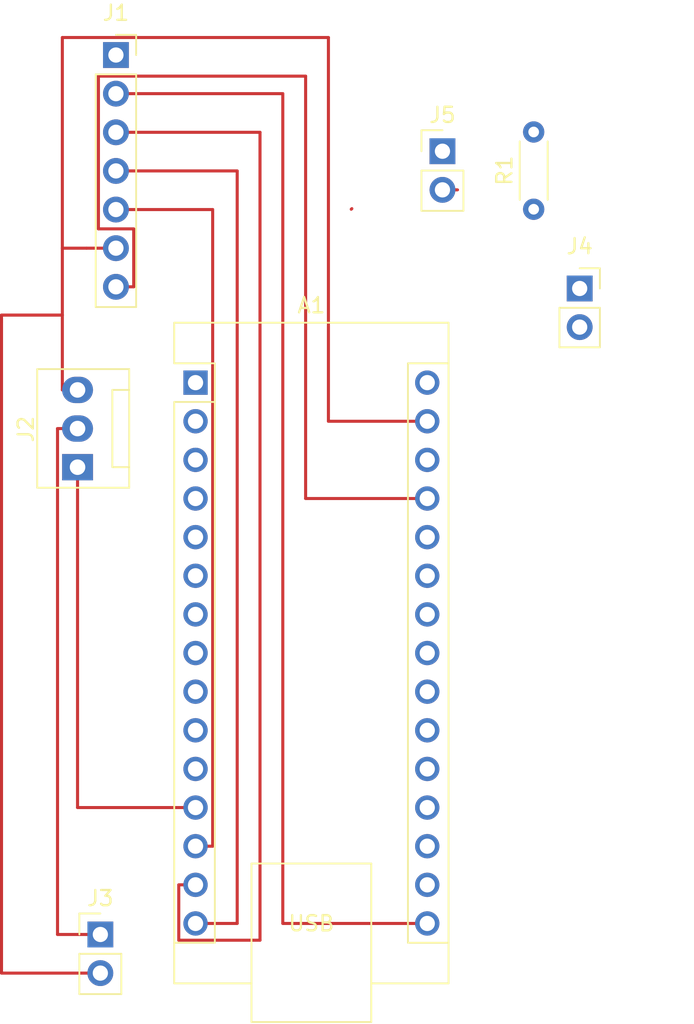
<source format=kicad_pcb>
(kicad_pcb (version 20241229) (generator "pcbnew") (generator_version "9.0")
  (layers (0 "F.Cu" signal) (2 "B.Cu" signal) (13 "F.Paste" user) (15 "B.Paste" user) (5 "F.SilkS" user "F.Silkscreen") (7 "B.SilkS" user "B.Silkscreen") (1 "F.Mask" user) (3 "B.Mask" user) (25 "Edge.Cuts" user))
  (net 0 "")
  (net 1 "Net-(A1-D13)")
  (net 4 "Net-(A1-D10)")
  (net 14 "Net-(A1-+5V)")
  (net 16 "Net-(J1-Pin_6)")
  (net 21 "Net-(A1-D11)")
  (net 23 "Net-(A1-D9)")
  (net 29 "Net-(A1-D12)")
  (net 32 "Net-(J2-Pin_2)")
  (net 33 "Net-(J4-Pin_2)")
  (net 34 "Net-(J4-Pin_1)")
  (footprint "Connector_PinHeader_2.54mm:PinHeader_1x02_P2.54mm_Vertical" (layer "F.Cu") (at 67 110.225)
    (property "Reference" "J3" (at 0 -2.38 0) (layer "F.SilkS"))
    (property "Value" "Conn_01x02_Pin")
    (fp_line (start -1.38 -1.38) (end 0 -1.38) (stroke (width 0.12)) (layer "F.SilkS"))
    (fp_line (start -1.38 0) (end -1.38 -1.38) (stroke (width 0.12)) (layer "F.SilkS"))
    (fp_line (start -1.38 1.27) (end -1.38 3.92) (stroke (width 0.12)) (layer "F.SilkS"))
    (fp_line (start -1.38 1.27) (end 1.38 1.27) (stroke (width 0.12)) (layer "F.SilkS"))
    (fp_line (start -1.38 3.92) (end 1.38 3.92) (stroke (width 0.12)) (layer "F.SilkS"))
    (fp_line (start 1.38 1.27) (end 1.38 3.92) (stroke (width 0.12)) (layer "F.SilkS"))
    (pad "1" thru_hole rect (at 0 0) (size 1.7 1.7) (drill 1) (layers "*.Cu" "*.Mask") (net 32 "Net-(J2-Pin_2)"))
    (pad "2" thru_hole circle (at 0 2.54) (size 1.7 1.7) (drill 1) (layers "*.Cu" "*.Mask") (net 16 "Net-(J1-Pin_6)"))
  )
  (footprint "Resistor_THT:R_Axial_DIN0204_L3.6mm_D1.6mm_P5.08mm_Horizontal" (layer "F.Cu") (at 95.5 62.54 90)
    (property "Reference" "R1" (at 2.54 -1.92 90) (layer "F.SilkS"))
    (property "Value" "R")
    (fp_line (start 0.62 -0.92) (end 4.46 -0.92) (stroke (width 0.12)) (layer "F.SilkS"))
    (fp_line (start 0.62 0.92) (end 4.46 0.92) (stroke (width 0.12)) (layer "F.SilkS"))
    (pad "1" thru_hole circle (at 0 0 90) (size 1.4 1.4) (drill 0.7) (layers "*.Cu" "*.Mask") (net 33 "Net-(J4-Pin_2)"))
    (pad "2" thru_hole circle (at 5.08 0 90) (size 1.4 1.4) (drill 0.7) (layers "*.Cu" "*.Mask") (net 34 "Net-(J4-Pin_1)"))
  )
  (footprint "Connector_PinSocket_2.54mm:PinSocket_1x02_P2.54mm_Vertical" (layer "F.Cu") (at 98.525 67.75)
    (property "Reference" "J4" (at 0 -2.77 0) (layer "F.SilkS"))
    (property "Value" "Conn_01x02_Socket")
    (fp_line (start -1.33 1.27) (end -1.33 3.87) (stroke (width 0.12)) (layer "F.SilkS"))
    (fp_line (start -1.33 1.27) (end 1.33 1.27) (stroke (width 0.12)) (layer "F.SilkS"))
    (fp_line (start -1.33 3.87) (end 1.33 3.87) (stroke (width 0.12)) (layer "F.SilkS"))
    (fp_line (start 0 -1.33) (end 1.33 -1.33) (stroke (width 0.12)) (layer "F.SilkS"))
    (fp_line (start 1.33 -1.33) (end 1.33 0) (stroke (width 0.12)) (layer "F.SilkS"))
    (fp_line (start 1.33 1.27) (end 1.33 3.87) (stroke (width 0.12)) (layer "F.SilkS"))
    (pad "1" thru_hole rect (at 0 0) (size 1.7 1.7) (drill 1) (layers "*.Cu" "*.Mask") (net 34 "Net-(J4-Pin_1)"))
    (pad "2" thru_hole circle (at 0 2.54) (size 1.7 1.7) (drill 1) (layers "*.Cu" "*.Mask") (net 33 "Net-(J4-Pin_2)"))
  )
  (footprint "Connector:FanPinHeader_1x03_P2.54mm_Vertical" (layer "F.Cu") (at 65.5 79.5 90)
    (property "Reference" "J2" (at 2.5 -3.4 90) (layer "F.SilkS"))
    (property "Value" "Conn_01x03_Pin")
    (fp_line (start 6.45 -2.65) (end 6.45 3.4) (stroke (width 0.12)) (layer "F.SilkS"))
    (fp_line (start -1.35 -2.65) (end 6.45 -2.65) (stroke (width 0.12)) (layer "F.SilkS"))
    (fp_line (start 5.08 2.29) (end 5.08 3.3) (stroke (width 0.12)) (layer "F.SilkS"))
    (fp_line (start 0 2.29) (end 5.08 2.29) (stroke (width 0.12)) (layer "F.SilkS"))
    (fp_line (start 0 3.3) (end 0 2.29) (stroke (width 0.12)) (layer "F.SilkS"))
    (fp_line (start 6.45 3.4) (end -1.35 3.4) (stroke (width 0.12)) (layer "F.SilkS"))
    (fp_line (start -1.35 3.4) (end -1.35 -2.65) (stroke (width 0.12)) (layer "F.SilkS"))
    (pad "1" thru_hole rect (at 0 0 180) (size 2.03 1.73) (drill 1.02) (layers "*.Cu" "*.Mask") (net 23 "Net-(A1-D9)"))
    (pad "2" thru_hole oval (at 2.54 0 180) (size 2.03 1.73) (drill 1.02) (layers "*.Cu" "*.Mask") (net 32 "Net-(J2-Pin_2)"))
    (pad "3" thru_hole oval (at 5.08 0 180) (size 2.03 1.73) (drill 1.02) (layers "*.Cu" "*.Mask") (net 16 "Net-(J1-Pin_6)"))
  )
  (footprint "Connector_PinHeader_2.54mm:PinHeader_1x02_P2.54mm_Vertical" (layer "F.Cu") (at 89.5 58.725)
    (property "Reference" "J5" (at 0 -2.38 0) (layer "F.SilkS"))
    (property "Value" "Conn_01x02_Pin")
    (fp_line (start -1.38 -1.38) (end 0 -1.38) (stroke (width 0.12)) (layer "F.SilkS"))
    (fp_line (start -1.38 0) (end -1.38 -1.38) (stroke (width 0.12)) (layer "F.SilkS"))
    (fp_line (start -1.38 1.27) (end -1.38 3.92) (stroke (width 0.12)) (layer "F.SilkS"))
    (fp_line (start -1.38 1.27) (end 1.38 1.27) (stroke (width 0.12)) (layer "F.SilkS"))
    (fp_line (start -1.38 3.92) (end 1.38 3.92) (stroke (width 0.12)) (layer "F.SilkS"))
    (fp_line (start 1.38 1.27) (end 1.38 3.92) (stroke (width 0.12)) (layer "F.SilkS"))
    (pad "1" thru_hole rect (at 0 0) (size 1.7 1.7) (drill 1) (layers "*.Cu" "*.Mask") (net 34 "Net-(J4-Pin_1)"))
    (pad "2" thru_hole circle (at 0 2.54) (size 1.7 1.7) (drill 1) (layers "*.Cu" "*.Mask") (net 33 "Net-(J4-Pin_2)"))
  )
  (footprint "Module:Arduino_Nano" (layer "F.Cu") (at 73.26 73.94)
    (property "Reference" "A1" (at 7.62 -5.08 0) (layer "F.SilkS"))
    (property "Value" "Arduino_Nano_v2.x")
    (fp_line (start -1.4 -3.94) (end -1.4 -1.27) (stroke (width 0.12)) (layer "F.SilkS"))
    (fp_line (start -1.4 1.27) (end -1.4 39.5) (stroke (width 0.12)) (layer "F.SilkS"))
    (fp_line (start -1.4 39.5) (end 3.68 39.5) (stroke (width 0.12)) (layer "F.SilkS"))
    (fp_line (start 1.27 -1.27) (end -1.4 -1.27) (stroke (width 0.12)) (layer "F.SilkS"))
    (fp_line (start 1.27 1.27) (end -1.4 1.27) (stroke (width 0.12)) (layer "F.SilkS"))
    (fp_line (start 1.27 1.27) (end 1.27 -1.27) (stroke (width 0.12)) (layer "F.SilkS"))
    (fp_line (start 1.27 1.27) (end 1.27 36.83) (stroke (width 0.12)) (layer "F.SilkS"))
    (fp_line (start 1.27 36.83) (end -1.4 36.83) (stroke (width 0.12)) (layer "F.SilkS"))
    (fp_line (start 3.68 31.62) (end 11.56 31.62) (stroke (width 0.12)) (layer "F.SilkS"))
    (fp_line (start 3.68 42.04) (end 3.68 31.62) (stroke (width 0.12)) (layer "F.SilkS"))
    (fp_line (start 11.56 31.62) (end 11.56 42.04) (stroke (width 0.12)) (layer "F.SilkS"))
    (fp_line (start 11.56 42.04) (end 3.68 42.04) (stroke (width 0.12)) (layer "F.SilkS"))
    (fp_line (start 13.97 -1.27) (end 13.97 36.83) (stroke (width 0.12)) (layer "F.SilkS"))
    (fp_line (start 13.97 -1.27) (end 16.64 -1.27) (stroke (width 0.12)) (layer "F.SilkS"))
    (fp_line (start 13.97 36.83) (end 16.64 36.83) (stroke (width 0.12)) (layer "F.SilkS"))
    (fp_line (start 16.64 -3.94) (end -1.4 -3.94) (stroke (width 0.12)) (layer "F.SilkS"))
    (fp_line (start 16.64 39.5) (end 11.56 39.5) (stroke (width 0.12)) (layer "F.SilkS"))
    (fp_line (start 16.64 39.5) (end 16.64 -3.94) (stroke (width 0.12)) (layer "F.SilkS"))
    (fp_text user "USB" (at 7.62 35.56 0) (layer "F.SilkS"))
    (pad "1" thru_hole rect (at 0 0) (size 1.6 1.6) (drill 1) (layers "*.Cu" "*.Mask"))
    (pad "2" thru_hole oval (at 0 2.54) (size 1.6 1.6) (drill 1) (layers "*.Cu" "*.Mask"))
    (pad "3" thru_hole oval (at 0 5.08) (size 1.6 1.6) (drill 1) (layers "*.Cu" "*.Mask"))
    (pad "4" thru_hole oval (at 0 7.62) (size 1.6 1.6) (drill 1) (layers "*.Cu" "*.Mask"))
    (pad "5" thru_hole oval (at 0 10.16) (size 1.6 1.6) (drill 1) (layers "*.Cu" "*.Mask"))
    (pad "6" thru_hole oval (at 0 12.7) (size 1.6 1.6) (drill 1) (layers "*.Cu" "*.Mask"))
    (pad "7" thru_hole oval (at 0 15.24) (size 1.6 1.6) (drill 1) (layers "*.Cu" "*.Mask"))
    (pad "8" thru_hole oval (at 0 17.78) (size 1.6 1.6) (drill 1) (layers "*.Cu" "*.Mask"))
    (pad "9" thru_hole oval (at 0 20.32) (size 1.6 1.6) (drill 1) (layers "*.Cu" "*.Mask"))
    (pad "10" thru_hole oval (at 0 22.86) (size 1.6 1.6) (drill 1) (layers "*.Cu" "*.Mask"))
    (pad "11" thru_hole oval (at 0 25.4) (size 1.6 1.6) (drill 1) (layers "*.Cu" "*.Mask"))
    (pad "12" thru_hole oval (at 0 27.94) (size 1.6 1.6) (drill 1) (layers "*.Cu" "*.Mask") (net 23 "Net-(A1-D9)"))
    (pad "13" thru_hole oval (at 0 30.48) (size 1.6 1.6) (drill 1) (layers "*.Cu" "*.Mask") (net 4 "Net-(A1-D10)"))
    (pad "14" thru_hole oval (at 0 33.02) (size 1.6 1.6) (drill 1) (layers "*.Cu" "*.Mask") (net 21 "Net-(A1-D11)"))
    (pad "15" thru_hole oval (at 0 35.56) (size 1.6 1.6) (drill 1) (layers "*.Cu" "*.Mask") (net 29 "Net-(A1-D12)"))
    (pad "16" thru_hole oval (at 15.24 35.56) (size 1.6 1.6) (drill 1) (layers "*.Cu" "*.Mask") (net 1 "Net-(A1-D13)"))
    (pad "17" thru_hole oval (at 15.24 33.02) (size 1.6 1.6) (drill 1) (layers "*.Cu" "*.Mask"))
    (pad "18" thru_hole oval (at 15.24 30.48) (size 1.6 1.6) (drill 1) (layers "*.Cu" "*.Mask"))
    (pad "19" thru_hole oval (at 15.24 27.94) (size 1.6 1.6) (drill 1) (layers "*.Cu" "*.Mask"))
    (pad "20" thru_hole oval (at 15.24 25.4) (size 1.6 1.6) (drill 1) (layers "*.Cu" "*.Mask"))
    (pad "21" thru_hole oval (at 15.24 22.86) (size 1.6 1.6) (drill 1) (layers "*.Cu" "*.Mask"))
    (pad "22" thru_hole oval (at 15.24 20.32) (size 1.6 1.6) (drill 1) (layers "*.Cu" "*.Mask"))
    (pad "23" thru_hole oval (at 15.24 17.78) (size 1.6 1.6) (drill 1) (layers "*.Cu" "*.Mask"))
    (pad "24" thru_hole oval (at 15.24 15.24) (size 1.6 1.6) (drill 1) (layers "*.Cu" "*.Mask"))
    (pad "25" thru_hole oval (at 15.24 12.7) (size 1.6 1.6) (drill 1) (layers "*.Cu" "*.Mask"))
    (pad "26" thru_hole oval (at 15.24 10.16) (size 1.6 1.6) (drill 1) (layers "*.Cu" "*.Mask"))
    (pad "27" thru_hole oval (at 15.24 7.62) (size 1.6 1.6) (drill 1) (layers "*.Cu" "*.Mask") (net 14 "Net-(A1-+5V)"))
    (pad "28" thru_hole oval (at 15.24 5.08) (size 1.6 1.6) (drill 1) (layers "*.Cu" "*.Mask"))
    (pad "29" thru_hole oval (at 15.24 2.54) (size 1.6 1.6) (drill 1) (layers "*.Cu" "*.Mask") (net 16 "Net-(J1-Pin_6)"))
    (pad "30" thru_hole oval (at 15.24 0) (size 1.6 1.6) (drill 1) (layers "*.Cu" "*.Mask"))
  )
  (footprint "Connector_PinSocket_2.54mm:PinSocket_1x07_P2.54mm_Vertical" (layer "F.Cu") (at 68.025 52.4)
    (property "Reference" "J1" (at 0 -2.77 0) (layer "F.SilkS"))
    (property "Value" "Conn_01x07_Socket")
    (fp_line (start -1.33 1.27) (end -1.33 16.57) (stroke (width 0.12)) (layer "F.SilkS"))
    (fp_line (start -1.33 1.27) (end 1.33 1.27) (stroke (width 0.12)) (layer "F.SilkS"))
    (fp_line (start -1.33 16.57) (end 1.33 16.57) (stroke (width 0.12)) (layer "F.SilkS"))
    (fp_line (start 0 -1.33) (end 1.33 -1.33) (stroke (width 0.12)) (layer "F.SilkS"))
    (fp_line (start 1.33 -1.33) (end 1.33 0) (stroke (width 0.12)) (layer "F.SilkS"))
    (fp_line (start 1.33 1.27) (end 1.33 16.57) (stroke (width 0.12)) (layer "F.SilkS"))
    (pad "1" thru_hole rect (at 0 0) (size 1.7 1.7) (drill 1) (layers "*.Cu" "*.Mask"))
    (pad "2" thru_hole circle (at 0 2.54) (size 1.7 1.7) (drill 1) (layers "*.Cu" "*.Mask") (net 1 "Net-(A1-D13)"))
    (pad "3" thru_hole circle (at 0 5.08) (size 1.7 1.7) (drill 1) (layers "*.Cu" "*.Mask") (net 21 "Net-(A1-D11)"))
    (pad "4" thru_hole circle (at 0 7.62) (size 1.7 1.7) (drill 1) (layers "*.Cu" "*.Mask") (net 29 "Net-(A1-D12)"))
    (pad "5" thru_hole circle (at 0 10.16) (size 1.7 1.7) (drill 1) (layers "*.Cu" "*.Mask") (net 4 "Net-(A1-D10)"))
    (pad "6" thru_hole circle (at 0 12.7) (size 1.7 1.7) (drill 1) (layers "*.Cu" "*.Mask") (net 16 "Net-(J1-Pin_6)"))
    (pad "7" thru_hole circle (at 0 15.24) (size 1.7 1.7) (drill 1) (layers "*.Cu" "*.Mask") (net 14 "Net-(A1-+5V)"))
  )
  (gr_line (start 60.5 69.5) (end 60.5 70) (stroke (width 0.2)) (layer "F.Cu") (net 16))
  (gr_line (start 60.5 69.5) (end 64.5 69.5) (stroke (width 0.2)) (layer "F.Cu") (net 16))
  (gr_line (start 64.5 69.5) (end 60.5 69.5) (stroke (width 0.2)) (layer "F.Cu") (net 16))
  (segment (start 79 109.5) (end 88.5 109.5) (width 0.2) (layer "F.Cu") (net 1))
  (segment (start 79 54.94) (end 79 109.5) (width 0.2) (layer "F.Cu") (net 1))
  (segment (start 68.025 54.94) (end 79 54.94) (width 0.2) (layer "F.Cu") (net 1))
  (segment (start 74.3875 62.56) (end 74.3875 104.42) (width 0.2) (layer "F.Cu") (net 4))
  (segment (start 74.3875 104.42) (end 73.26 104.42) (width 0.2) (layer "F.Cu") (net 4))
  (segment (start 68.025 62.56) (end 74.3875 62.56) (width 0.2) (layer "F.Cu") (net 4))
  (segment (start 66.8733 63.83) (end 69.1948 63.83) (width 0.2) (layer "F.Cu") (net 14))
  (segment (start 80.5 81.56) (end 80.5 53.7883) (width 0.2) (layer "F.Cu") (net 14))
  (segment (start 69.1948 67.64) (end 68.025 67.64) (width 0.2) (layer "F.Cu") (net 14))
  (segment (start 69.1948 63.83) (end 69.1948 67.64) (width 0.2) (layer "F.Cu") (net 14))
  (segment (start 88.5 81.56) (end 80.5 81.56) (width 0.2) (layer "F.Cu") (net 14))
  (segment (start 80.5 53.7883) (end 66.8733 53.7883) (width 0.2) (layer "F.Cu") (net 14))
  (segment (start 66.8733 53.7883) (end 66.8733 63.83) (width 0.2) (layer "F.Cu") (net 14))
  (segment (start 82 76.48) (end 88.5 76.48) (width 0.2) (layer "F.Cu") (net 16))
  (segment (start 60.5 69.76) (end 60.5 112.765) (width 0.2) (layer "F.Cu") (net 16))
  (segment (start 64.5 51.2483) (end 82 51.2483) (width 0.2) (layer "F.Cu") (net 16))
  (segment (start 64.5 74.42) (end 65.5 74.42) (width 0.2) (layer "F.Cu") (net 16))
  (segment (start 66.0867 65.1) (end 64.5 65.1) (width 0.2) (layer "F.Cu") (net 16))
  (segment (start 60.5 112.765) (end 67 112.765) (width 0.2) (layer "F.Cu") (net 16))
  (segment (start 82 51.2483) (end 82 76.48) (width 0.2) (layer "F.Cu") (net 16))
  (segment (start 64.5 65.1) (end 64.5 74.42) (width 0.2) (layer "F.Cu") (net 16))
  (segment (start 64.5 65.1) (end 64.5 51.2483) (width 0.2) (layer "F.Cu") (net 16))
  (segment (start 68.025 65.1) (end 66.0867 65.1) (width 0.2) (layer "F.Cu") (net 16))
  (segment (start 77.5 110.6017) (end 77.5 57.48) (width 0.2) (layer "F.Cu") (net 21))
  (segment (start 72.1583 110.6017) (end 77.5 110.6017) (width 0.2) (layer "F.Cu") (net 21))
  (segment (start 77.5 57.48) (end 68.025 57.48) (width 0.2) (layer "F.Cu") (net 21))
  (segment (start 72.1583 106.96) (end 72.1583 110.6017) (width 0.2) (layer "F.Cu") (net 21))
  (segment (start 73.26 106.96) (end 72.1583 106.96) (width 0.2) (layer "F.Cu") (net 21))
  (segment (start 73.26 101.88) (end 65.5 101.88) (width 0.2) (layer "F.Cu") (net 23))
  (segment (start 65.5 101.88) (end 65.5 79.5) (width 0.2) (layer "F.Cu") (net 23))
  (segment (start 68.025 60.02) (end 76 60.02) (width 0.2) (layer "F.Cu") (net 29))
  (segment (start 76 60.02) (end 76 109.5) (width 0.2) (layer "F.Cu") (net 29))
  (segment (start 76 109.5) (end 73.26 109.5) (width 0.2) (layer "F.Cu") (net 29))
  (segment (start 67 110.225) (end 64.1833 110.225) (width 0.2) (layer "F.Cu") (net 32))
  (segment (start 64.1833 76.96) (end 65.5 76.96) (width 0.2) (layer "F.Cu") (net 32))
  (segment (start 64.1833 110.225) (end 64.1833 76.96) (width 0.2) (layer "F.Cu") (net 32))
  (segment (start 90.4875 61.265) (end 89.5 61.265) (width 0.2) (layer "F.Cu") (net 33))
  (segment (start 83.54 62.5) (end 83.5 62.54) (width 0.2) (layer "F.Cu") (net 33))
)
</source>
